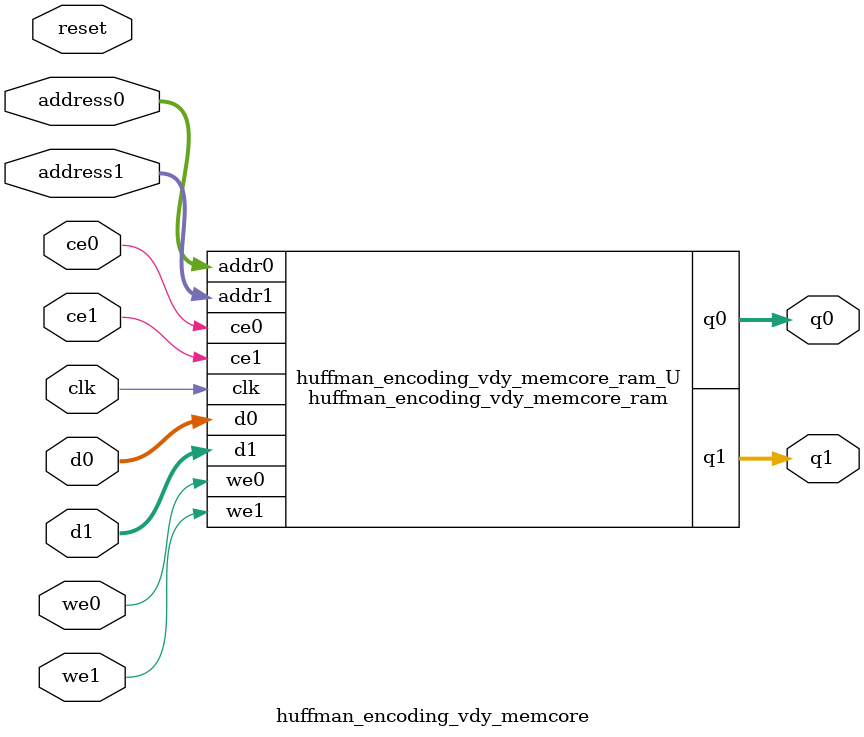
<source format=v>
`timescale 1 ns / 1 ps
module huffman_encoding_vdy_memcore_ram (addr0, ce0, d0, we0, q0, addr1, ce1, d1, we1, q1,  clk);

parameter DWIDTH = 32;
parameter AWIDTH = 7;
parameter MEM_SIZE = 128;

input[AWIDTH-1:0] addr0;
input ce0;
input[DWIDTH-1:0] d0;
input we0;
output reg[DWIDTH-1:0] q0;
input[AWIDTH-1:0] addr1;
input ce1;
input[DWIDTH-1:0] d1;
input we1;
output reg[DWIDTH-1:0] q1;
input clk;

(* ram_style = "block" *)reg [DWIDTH-1:0] ram[0:MEM_SIZE-1];




always @(posedge clk)  
begin 
    if (ce0) begin
        if (we0) 
            ram[addr0] <= d0; 
        q0 <= ram[addr0];
    end
end


always @(posedge clk)  
begin 
    if (ce1) begin
        if (we1) 
            ram[addr1] <= d1; 
        q1 <= ram[addr1];
    end
end


endmodule

`timescale 1 ns / 1 ps
module huffman_encoding_vdy_memcore(
    reset,
    clk,
    address0,
    ce0,
    we0,
    d0,
    q0,
    address1,
    ce1,
    we1,
    d1,
    q1);

parameter DataWidth = 32'd32;
parameter AddressRange = 32'd128;
parameter AddressWidth = 32'd7;
input reset;
input clk;
input[AddressWidth - 1:0] address0;
input ce0;
input we0;
input[DataWidth - 1:0] d0;
output[DataWidth - 1:0] q0;
input[AddressWidth - 1:0] address1;
input ce1;
input we1;
input[DataWidth - 1:0] d1;
output[DataWidth - 1:0] q1;



huffman_encoding_vdy_memcore_ram huffman_encoding_vdy_memcore_ram_U(
    .clk( clk ),
    .addr0( address0 ),
    .ce0( ce0 ),
    .we0( we0 ),
    .d0( d0 ),
    .q0( q0 ),
    .addr1( address1 ),
    .ce1( ce1 ),
    .we1( we1 ),
    .d1( d1 ),
    .q1( q1 ));

endmodule


</source>
